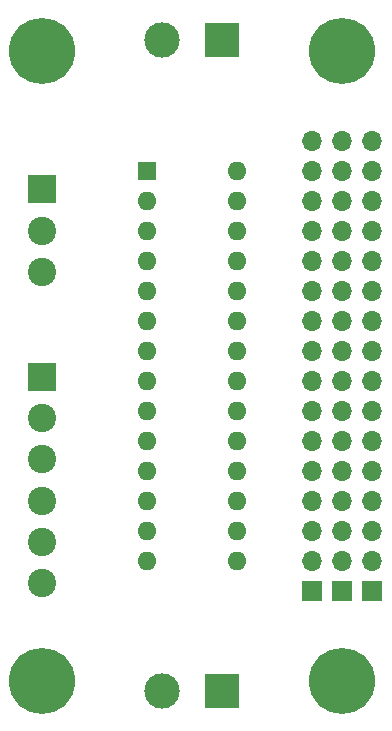
<source format=gbr>
%TF.GenerationSoftware,KiCad,Pcbnew,7.0.6*%
%TF.CreationDate,2023-07-17T12:15:40-04:00*%
%TF.ProjectId,mcp23s17_single_breakout,6d637032-3373-4313-975f-73696e676c65,rev?*%
%TF.SameCoordinates,Original*%
%TF.FileFunction,Soldermask,Bot*%
%TF.FilePolarity,Negative*%
%FSLAX46Y46*%
G04 Gerber Fmt 4.6, Leading zero omitted, Abs format (unit mm)*
G04 Created by KiCad (PCBNEW 7.0.6) date 2023-07-17 12:15:40*
%MOMM*%
%LPD*%
G01*
G04 APERTURE LIST*
%ADD10R,2.400000X2.400000*%
%ADD11C,2.400000*%
%ADD12R,3.000000X3.000000*%
%ADD13C,3.000000*%
%ADD14R,1.700000X1.700000*%
%ADD15O,1.700000X1.700000*%
%ADD16R,1.600000X1.600000*%
%ADD17O,1.600000X1.600000*%
%ADD18C,5.600000*%
G04 APERTURE END LIST*
D10*
%TO.C,J2*%
X167640000Y-91100000D03*
D11*
X167640000Y-94600000D03*
X167640000Y-98100000D03*
X167640000Y-101600000D03*
X167640000Y-105100000D03*
X167640000Y-108600000D03*
%TD*%
D12*
%TO.C,J1*%
X182880000Y-62611000D03*
D13*
X177800000Y-62611000D03*
%TD*%
D14*
%TO.C,J7*%
X195580000Y-109220000D03*
D15*
X195580000Y-106680000D03*
X195580000Y-104140000D03*
X195580000Y-101600000D03*
X195580000Y-99060000D03*
X195580000Y-96520000D03*
X195580000Y-93980000D03*
X195580000Y-91440000D03*
X195580000Y-88900000D03*
X195580000Y-86360000D03*
X195580000Y-83820000D03*
X195580000Y-81280000D03*
X195580000Y-78740000D03*
X195580000Y-76200000D03*
X195580000Y-73660000D03*
X195580000Y-71120000D03*
%TD*%
D10*
%TO.C,J4*%
X167640000Y-75240000D03*
D11*
X167640000Y-78740000D03*
X167640000Y-82240000D03*
%TD*%
D16*
%TO.C,U2*%
X176530000Y-73660000D03*
D17*
X176530000Y-76200000D03*
X176530000Y-78740000D03*
X176530000Y-81280000D03*
X176530000Y-83820000D03*
X176530000Y-86360000D03*
X176530000Y-88900000D03*
X176530000Y-91440000D03*
X176530000Y-93980000D03*
X176530000Y-96520000D03*
X176530000Y-99060000D03*
X176530000Y-101600000D03*
X176530000Y-104140000D03*
X176530000Y-106680000D03*
X184150000Y-106680000D03*
X184150000Y-104140000D03*
X184150000Y-101600000D03*
X184150000Y-99060000D03*
X184150000Y-96520000D03*
X184150000Y-93980000D03*
X184150000Y-91440000D03*
X184150000Y-88900000D03*
X184150000Y-86360000D03*
X184150000Y-83820000D03*
X184150000Y-81280000D03*
X184150000Y-78740000D03*
X184150000Y-76200000D03*
X184150000Y-73660000D03*
%TD*%
D18*
%TO.C,H1*%
X167640000Y-63500000D03*
%TD*%
%TO.C,H3*%
X193040000Y-63500000D03*
%TD*%
D12*
%TO.C,J3*%
X182880000Y-117729000D03*
D13*
X177800000Y-117729000D03*
%TD*%
D14*
%TO.C,J5*%
X190500000Y-109220000D03*
D15*
X190500000Y-106680000D03*
X190500000Y-104140000D03*
X190500000Y-101600000D03*
X190500000Y-99060000D03*
X190500000Y-96520000D03*
X190500000Y-93980000D03*
X190500000Y-91440000D03*
X190500000Y-88900000D03*
X190500000Y-86360000D03*
X190500000Y-83820000D03*
X190500000Y-81280000D03*
X190500000Y-78740000D03*
X190500000Y-76200000D03*
X190500000Y-73660000D03*
X190500000Y-71120000D03*
%TD*%
D14*
%TO.C,J6*%
X193040000Y-109220000D03*
D15*
X193040000Y-106680000D03*
X193040000Y-104140000D03*
X193040000Y-101600000D03*
X193040000Y-99060000D03*
X193040000Y-96520000D03*
X193040000Y-93980000D03*
X193040000Y-91440000D03*
X193040000Y-88900000D03*
X193040000Y-86360000D03*
X193040000Y-83820000D03*
X193040000Y-81280000D03*
X193040000Y-78740000D03*
X193040000Y-76200000D03*
X193040000Y-73660000D03*
X193040000Y-71120000D03*
%TD*%
D18*
%TO.C,H4*%
X193040000Y-116840000D03*
%TD*%
%TO.C,H2*%
X167640000Y-116840000D03*
%TD*%
M02*

</source>
